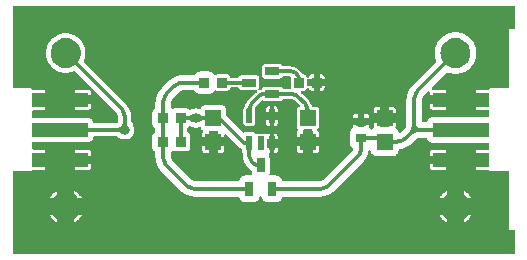
<source format=gtl>
G04 Layer: TopLayer*
G04 EasyEDA v6.5.42, 2024-03-17 15:56:58*
G04 633bbcd927b44838993661e05d2ec2ea,9a5be75d700b4a6385dc1106f27949ae,10*
G04 Gerber Generator version 0.2*
G04 Scale: 100 percent, Rotated: No, Reflected: No *
G04 Dimensions in millimeters *
G04 leading zeros omitted , absolute positions ,4 integer and 5 decimal *
%FSLAX45Y45*%
%MOMM*%

%AMMACRO1*21,1,$1,$2,0,0,$3*%
%ADD10C,0.3000*%
%ADD11MACRO1,1.35X1.41X0.0000*%
%ADD12R,1.3500X1.4100*%
%ADD13R,0.9000X0.8000*%
%ADD14R,0.7000X1.2500*%
%ADD15R,1.2500X0.7000*%
%ADD16MACRO1,0.864X0.8065X-90.0000*%
%ADD17R,0.4900X1.1570*%
%ADD18R,0.4900X1.1750*%
%ADD19R,4.8000X1.2000*%
%ADD20C,0.6200*%
%ADD21C,0.8200*%
%ADD22C,0.0138*%

%LPD*%
G36*
X1450695Y-1434490D02*
G01*
X1443532Y-1433779D01*
X1437436Y-1432509D01*
X1431544Y-1430680D01*
X1425803Y-1428242D01*
X1420368Y-1425295D01*
X1415237Y-1421790D01*
X1410462Y-1417828D01*
X1256842Y-1264208D01*
X1252270Y-1258620D01*
X1248867Y-1253439D01*
X1245971Y-1247952D01*
X1243634Y-1242212D01*
X1241907Y-1236268D01*
X1240739Y-1230172D01*
X1240180Y-1223975D01*
X1240180Y-1192276D01*
X1240688Y-1189075D01*
X1242161Y-1186180D01*
X1244498Y-1183944D01*
X1247444Y-1181862D01*
X1250645Y-1178712D01*
X1254252Y-1176375D01*
X1258468Y-1175715D01*
X1262634Y-1176934D01*
X1269542Y-1180592D01*
X1277112Y-1182928D01*
X1285494Y-1183741D01*
X1365148Y-1183741D01*
X1373530Y-1182928D01*
X1381150Y-1180592D01*
X1388110Y-1176883D01*
X1394256Y-1171854D01*
X1399286Y-1165707D01*
X1403045Y-1158697D01*
X1405331Y-1151128D01*
X1406144Y-1142746D01*
X1406144Y-1057300D01*
X1405331Y-1048918D01*
X1403045Y-1041349D01*
X1399286Y-1034338D01*
X1394256Y-1028192D01*
X1388110Y-1023162D01*
X1386230Y-1022146D01*
X1383385Y-1019911D01*
X1381506Y-1016762D01*
X1380845Y-1013206D01*
X1380845Y-986840D01*
X1381506Y-983284D01*
X1383385Y-980135D01*
X1386230Y-977900D01*
X1388110Y-976884D01*
X1396847Y-969619D01*
X1399997Y-968400D01*
X1403400Y-968298D01*
X1406652Y-969314D01*
X1415592Y-973836D01*
X1423720Y-977137D01*
X1435201Y-980135D01*
X1447038Y-981405D01*
X1458925Y-980998D01*
X1470609Y-978814D01*
X1480921Y-975309D01*
X1484934Y-974801D01*
X1488795Y-975918D01*
X1491996Y-978408D01*
X1493926Y-981964D01*
X1495094Y-985977D01*
X1498854Y-992987D01*
X1503883Y-999083D01*
X1508455Y-1002842D01*
X1510792Y-1005636D01*
X1512011Y-1009040D01*
X1511960Y-1012698D01*
X1510588Y-1016101D01*
X1509217Y-1018286D01*
X1507286Y-1023772D01*
X1506575Y-1030071D01*
X1506575Y-1058418D01*
X1559915Y-1058418D01*
X1559915Y-1021181D01*
X1560677Y-1017269D01*
X1562862Y-1013968D01*
X1566164Y-1011783D01*
X1570075Y-1011021D01*
X1629918Y-1011021D01*
X1633829Y-1011783D01*
X1637131Y-1013968D01*
X1639316Y-1017269D01*
X1640078Y-1021181D01*
X1640078Y-1058418D01*
X1693418Y-1058418D01*
X1693418Y-1046429D01*
X1694180Y-1042568D01*
X1696364Y-1039266D01*
X1699666Y-1037031D01*
X1703578Y-1036269D01*
X1707438Y-1037031D01*
X1710740Y-1039266D01*
X1820418Y-1148842D01*
X1826412Y-1153668D01*
X1828088Y-1154785D01*
X1834692Y-1158392D01*
X1837486Y-1160678D01*
X1839366Y-1163777D01*
X1839975Y-1167282D01*
X1839975Y-1172718D01*
X1840788Y-1181100D01*
X1843125Y-1188720D01*
X1848916Y-1199134D01*
X1849475Y-1202537D01*
X1849475Y-1222603D01*
X1850389Y-1233017D01*
X1853742Y-1249934D01*
X1856689Y-1259941D01*
X1863293Y-1275892D01*
X1868068Y-1285189D01*
X1878380Y-1300632D01*
X1885137Y-1308608D01*
X1909064Y-1332484D01*
X1914855Y-1337157D01*
X1919478Y-1339850D01*
X1922119Y-1342136D01*
X1923897Y-1345184D01*
X1924507Y-1348587D01*
X1924507Y-1361998D01*
X1925320Y-1370380D01*
X1926386Y-1373886D01*
X1926793Y-1377645D01*
X1925777Y-1381252D01*
X1923542Y-1384300D01*
X1920341Y-1386281D01*
X1916633Y-1386992D01*
X1870456Y-1386992D01*
X1861210Y-1387805D01*
X1852726Y-1390091D01*
X1844751Y-1393799D01*
X1837537Y-1398828D01*
X1831339Y-1405026D01*
X1826310Y-1412240D01*
X1822551Y-1420215D01*
X1820773Y-1426972D01*
X1818741Y-1430883D01*
X1815236Y-1433525D01*
X1810969Y-1434490D01*
G37*

%LPC*%
G36*
X1533042Y-1196390D02*
G01*
X1559915Y-1196390D01*
X1559915Y-1141577D01*
X1506575Y-1141577D01*
X1506575Y-1169924D01*
X1507286Y-1176274D01*
X1509217Y-1181709D01*
X1512316Y-1186637D01*
X1516380Y-1190701D01*
X1521307Y-1193800D01*
X1526743Y-1195679D01*
G37*
G36*
X1640078Y-1196390D02*
G01*
X1666951Y-1196390D01*
X1673250Y-1195679D01*
X1678686Y-1193800D01*
X1683613Y-1190701D01*
X1687677Y-1186637D01*
X1690776Y-1181709D01*
X1692706Y-1176274D01*
X1693418Y-1169924D01*
X1693418Y-1141577D01*
X1640078Y-1141577D01*
G37*

%LPD*%
G36*
X200355Y-1974088D02*
G01*
X182422Y-1973122D01*
X165557Y-1970582D01*
X148996Y-1966417D01*
X132943Y-1960575D01*
X117500Y-1953260D01*
X102870Y-1944420D01*
X89204Y-1934210D01*
X76606Y-1922729D01*
X65125Y-1910029D01*
X55016Y-1896262D01*
X46278Y-1881581D01*
X39014Y-1866138D01*
X33324Y-1850034D01*
X29209Y-1833473D01*
X26771Y-1816557D01*
X25908Y-1799132D01*
X25908Y-1366062D01*
X26670Y-1362202D01*
X28854Y-1358900D01*
X32105Y-1356715D01*
X35966Y-1355902D01*
X41249Y-1355852D01*
X45720Y-1355191D01*
X51409Y-1353007D01*
X56540Y-1349502D01*
X62839Y-1342847D01*
X65633Y-1341424D01*
X68783Y-1340916D01*
X173634Y-1340916D01*
X173634Y-1291386D01*
X76047Y-1291386D01*
X72186Y-1290574D01*
X68884Y-1288389D01*
X66700Y-1285087D01*
X65887Y-1281226D01*
X65887Y-1228801D01*
X66700Y-1224940D01*
X68884Y-1221638D01*
X72186Y-1219454D01*
X76047Y-1218641D01*
X173634Y-1218641D01*
X173634Y-1169111D01*
X76047Y-1169111D01*
X72186Y-1168349D01*
X68884Y-1166114D01*
X66700Y-1162812D01*
X65887Y-1158951D01*
X65887Y-1110691D01*
X66700Y-1106779D01*
X68884Y-1103477D01*
X72186Y-1101293D01*
X76047Y-1100531D01*
X539496Y-1100531D01*
X547878Y-1099667D01*
X555498Y-1097381D01*
X562457Y-1093622D01*
X568604Y-1088593D01*
X573633Y-1082497D01*
X577392Y-1075486D01*
X579678Y-1067866D01*
X579983Y-1064666D01*
X581050Y-1061110D01*
X583285Y-1058113D01*
X586435Y-1056182D01*
X590092Y-1055522D01*
X767486Y-1055522D01*
X775716Y-1055827D01*
X781659Y-1056741D01*
X788416Y-1059180D01*
X804316Y-1068120D01*
X815746Y-1073912D01*
X823721Y-1077112D01*
X835202Y-1080109D01*
X847039Y-1081430D01*
X858926Y-1080973D01*
X870610Y-1078839D01*
X881887Y-1074978D01*
X892454Y-1069543D01*
X902157Y-1062634D01*
X910691Y-1054354D01*
X917956Y-1044956D01*
X923798Y-1034592D01*
X928014Y-1023467D01*
X930605Y-1011885D01*
X931468Y-999998D01*
X930605Y-988110D01*
X928065Y-976528D01*
X923544Y-964946D01*
X918108Y-954278D01*
X909167Y-938377D01*
X907389Y-934161D01*
X906729Y-931824D01*
X905764Y-924864D01*
X905510Y-917194D01*
X905510Y-897229D01*
X905205Y-891286D01*
X904036Y-879195D01*
X903173Y-873302D01*
X900785Y-861415D01*
X899363Y-855624D01*
X895807Y-844042D01*
X893826Y-838403D01*
X889152Y-827176D01*
X886612Y-821842D01*
X880922Y-811123D01*
X877824Y-806043D01*
X871118Y-795934D01*
X867562Y-791159D01*
X859840Y-781761D01*
X855878Y-777341D01*
X505815Y-427329D01*
X503580Y-423926D01*
X502869Y-419912D01*
X503732Y-415950D01*
X505561Y-411937D01*
X507492Y-406806D01*
X511911Y-392785D01*
X513232Y-387400D01*
X515874Y-372922D01*
X516534Y-367436D01*
X517398Y-352704D01*
X517398Y-347268D01*
X516534Y-332587D01*
X515874Y-327050D01*
X513232Y-312572D01*
X511911Y-307238D01*
X507492Y-293166D01*
X505561Y-288036D01*
X499516Y-274624D01*
X496925Y-269748D01*
X489356Y-257149D01*
X486257Y-252679D01*
X477164Y-241096D01*
X473506Y-236931D01*
X463092Y-226517D01*
X458927Y-222808D01*
X447293Y-213766D01*
X442823Y-210667D01*
X430276Y-203047D01*
X425399Y-200507D01*
X411937Y-194462D01*
X406806Y-192481D01*
X392785Y-188112D01*
X387400Y-186791D01*
X372922Y-184150D01*
X367436Y-183438D01*
X352704Y-182575D01*
X347268Y-182575D01*
X332587Y-183438D01*
X327050Y-184150D01*
X312572Y-186791D01*
X307238Y-188112D01*
X293166Y-192481D01*
X288036Y-194462D01*
X274624Y-200507D01*
X269748Y-203047D01*
X257149Y-210667D01*
X252679Y-213766D01*
X241096Y-222808D01*
X236931Y-226517D01*
X226517Y-236931D01*
X222808Y-241096D01*
X213766Y-252679D01*
X210667Y-257149D01*
X203047Y-269748D01*
X200507Y-274624D01*
X194462Y-288036D01*
X192481Y-293166D01*
X188112Y-307238D01*
X186791Y-312572D01*
X184150Y-327050D01*
X183438Y-332587D01*
X182575Y-347268D01*
X182575Y-352704D01*
X183438Y-367436D01*
X184150Y-372922D01*
X186791Y-387400D01*
X188112Y-392785D01*
X192481Y-406806D01*
X194462Y-411937D01*
X200507Y-425399D01*
X203047Y-430276D01*
X210667Y-442823D01*
X213766Y-447293D01*
X222808Y-458927D01*
X226517Y-463092D01*
X236931Y-473506D01*
X241096Y-477164D01*
X252679Y-486257D01*
X257149Y-489356D01*
X269748Y-496925D01*
X274624Y-499516D01*
X288036Y-505561D01*
X293166Y-507492D01*
X307238Y-511911D01*
X312572Y-513232D01*
X327050Y-515874D01*
X332587Y-516534D01*
X347268Y-517398D01*
X352704Y-517398D01*
X367436Y-516534D01*
X372922Y-515874D01*
X387400Y-513232D01*
X392785Y-511911D01*
X406806Y-507492D01*
X411937Y-505561D01*
X415950Y-503732D01*
X419912Y-502869D01*
X423926Y-503580D01*
X427329Y-505815D01*
X775258Y-853744D01*
X780440Y-860094D01*
X784402Y-866089D01*
X787755Y-872439D01*
X790448Y-879094D01*
X792480Y-886002D01*
X793851Y-893064D01*
X794512Y-900176D01*
X794461Y-917498D01*
X794156Y-925677D01*
X793242Y-931671D01*
X791921Y-935634D01*
X789686Y-939342D01*
X786130Y-941832D01*
X781862Y-943254D01*
X774852Y-944219D01*
X767181Y-944473D01*
X590092Y-944473D01*
X586435Y-943813D01*
X583285Y-941882D01*
X581050Y-938885D01*
X579983Y-935329D01*
X579678Y-932129D01*
X577392Y-924509D01*
X573633Y-917498D01*
X568604Y-911402D01*
X562457Y-906373D01*
X555498Y-902614D01*
X547878Y-900328D01*
X539496Y-899515D01*
X76047Y-899515D01*
X72186Y-898702D01*
X68884Y-896518D01*
X66700Y-893216D01*
X65887Y-889355D01*
X65887Y-841095D01*
X66700Y-837184D01*
X68884Y-833882D01*
X72186Y-831697D01*
X76047Y-830935D01*
X173634Y-830935D01*
X173634Y-781354D01*
X76047Y-781354D01*
X72186Y-780592D01*
X68884Y-778357D01*
X66700Y-775106D01*
X65887Y-771194D01*
X65887Y-718820D01*
X66700Y-714908D01*
X68884Y-711657D01*
X72186Y-709422D01*
X76047Y-708660D01*
X173634Y-708660D01*
X173634Y-659079D01*
X68681Y-659079D01*
X65481Y-658571D01*
X62585Y-657047D01*
X59486Y-653440D01*
X56438Y-650392D01*
X52832Y-647750D01*
X47294Y-645261D01*
X41097Y-644144D01*
X35966Y-644093D01*
X32105Y-643280D01*
X28854Y-641096D01*
X26670Y-637794D01*
X25908Y-633933D01*
X25908Y-200863D01*
X26873Y-182422D01*
X29413Y-165557D01*
X33578Y-148996D01*
X39420Y-132943D01*
X46736Y-117500D01*
X55575Y-102870D01*
X65786Y-89204D01*
X77266Y-76606D01*
X89966Y-65125D01*
X103733Y-55016D01*
X118414Y-46278D01*
X133858Y-39014D01*
X149961Y-33324D01*
X166522Y-29209D01*
X183438Y-26771D01*
X200863Y-25908D01*
X3799128Y-25908D01*
X3817569Y-26873D01*
X3834434Y-29413D01*
X3850995Y-33578D01*
X3867048Y-39420D01*
X3882491Y-46736D01*
X3897122Y-55575D01*
X3910787Y-65786D01*
X3923385Y-77266D01*
X3934866Y-89966D01*
X3944975Y-103733D01*
X3953713Y-118414D01*
X3960977Y-133858D01*
X3966667Y-149961D01*
X3970782Y-166522D01*
X3973220Y-183438D01*
X3974084Y-200863D01*
X3974084Y-633933D01*
X3973322Y-637794D01*
X3971137Y-641096D01*
X3967886Y-643280D01*
X3964025Y-644093D01*
X3958742Y-644144D01*
X3954272Y-644804D01*
X3948582Y-646988D01*
X3943451Y-650494D01*
X3937152Y-657148D01*
X3934358Y-658571D01*
X3931208Y-659079D01*
X3826357Y-659079D01*
X3826357Y-708609D01*
X3923944Y-708609D01*
X3927805Y-709422D01*
X3931107Y-711606D01*
X3933291Y-714908D01*
X3934104Y-718769D01*
X3934104Y-771194D01*
X3933291Y-775055D01*
X3931107Y-778357D01*
X3927805Y-780542D01*
X3923944Y-781354D01*
X3826357Y-781354D01*
X3826357Y-830884D01*
X3923944Y-830884D01*
X3927805Y-831646D01*
X3931107Y-833882D01*
X3933291Y-837184D01*
X3934104Y-841044D01*
X3934104Y-879348D01*
X3933291Y-883208D01*
X3931107Y-886510D01*
X3927805Y-888695D01*
X3923944Y-889508D01*
X3460445Y-889508D01*
X3451250Y-890320D01*
X3442715Y-892556D01*
X3434740Y-896315D01*
X3427577Y-901344D01*
X3421329Y-907542D01*
X3416300Y-914755D01*
X3412591Y-922731D01*
X3411423Y-926947D01*
X3409391Y-930859D01*
X3405936Y-933551D01*
X3401618Y-934466D01*
X3375660Y-934466D01*
X3371748Y-933703D01*
X3368497Y-931519D01*
X3366262Y-928217D01*
X3365500Y-924306D01*
X3365500Y-750671D01*
X3366211Y-743508D01*
X3367481Y-737463D01*
X3369310Y-731520D01*
X3371748Y-725830D01*
X3374694Y-720394D01*
X3378200Y-715264D01*
X3382162Y-710488D01*
X3416960Y-675640D01*
X3420465Y-673354D01*
X3424529Y-672693D01*
X3428593Y-673658D01*
X3431844Y-676198D01*
X3433876Y-679856D01*
X3434283Y-683971D01*
X3434079Y-685546D01*
X3434079Y-708609D01*
X3573627Y-708609D01*
X3573627Y-659079D01*
X3460546Y-659079D01*
X3458972Y-659231D01*
X3454857Y-658876D01*
X3451199Y-656844D01*
X3448710Y-653542D01*
X3447694Y-649528D01*
X3448405Y-645464D01*
X3450640Y-641959D01*
X3574948Y-517651D01*
X3578148Y-515518D01*
X3581958Y-514705D01*
X3585768Y-515366D01*
X3590188Y-517042D01*
X3604209Y-521411D01*
X3610762Y-523036D01*
X3625240Y-525729D01*
X3631996Y-526542D01*
X3646678Y-527405D01*
X3653282Y-527405D01*
X3668014Y-526542D01*
X3674719Y-525729D01*
X3689197Y-523036D01*
X3695750Y-521411D01*
X3709822Y-517042D01*
X3716020Y-514654D01*
X3729482Y-508609D01*
X3735425Y-505510D01*
X3748024Y-497890D01*
X3753459Y-494131D01*
X3765092Y-485038D01*
X3770172Y-480568D01*
X3780536Y-470154D01*
X3785057Y-465074D01*
X3794099Y-453491D01*
X3797909Y-448005D01*
X3805478Y-435406D01*
X3808628Y-429463D01*
X3814673Y-416051D01*
X3817061Y-409803D01*
X3821429Y-395782D01*
X3823055Y-389229D01*
X3825697Y-374751D01*
X3826510Y-367995D01*
X3827373Y-353314D01*
X3827373Y-346710D01*
X3826510Y-331978D01*
X3825697Y-325272D01*
X3823055Y-310794D01*
X3821429Y-304241D01*
X3817061Y-290169D01*
X3814673Y-283972D01*
X3808628Y-270510D01*
X3805478Y-264566D01*
X3797909Y-251967D01*
X3794099Y-246532D01*
X3785057Y-234899D01*
X3780536Y-229819D01*
X3770172Y-219456D01*
X3765092Y-214934D01*
X3753459Y-205892D01*
X3748024Y-202082D01*
X3735425Y-194513D01*
X3729482Y-191363D01*
X3716020Y-185318D01*
X3709822Y-182930D01*
X3695750Y-178562D01*
X3689197Y-176936D01*
X3674719Y-174294D01*
X3668014Y-173482D01*
X3653282Y-172618D01*
X3646678Y-172618D01*
X3631996Y-173482D01*
X3625240Y-174294D01*
X3610762Y-176936D01*
X3604209Y-178562D01*
X3590188Y-182930D01*
X3583940Y-185318D01*
X3570528Y-191363D01*
X3564585Y-194513D01*
X3551986Y-202082D01*
X3546500Y-205892D01*
X3534918Y-214934D01*
X3529837Y-219456D01*
X3519424Y-229819D01*
X3514953Y-234899D01*
X3505860Y-246532D01*
X3502101Y-251967D01*
X3494481Y-264566D01*
X3491382Y-270510D01*
X3485337Y-283972D01*
X3482949Y-290169D01*
X3478580Y-304241D01*
X3476955Y-310794D01*
X3474262Y-325272D01*
X3473450Y-331978D01*
X3472586Y-346710D01*
X3472586Y-353314D01*
X3473450Y-367995D01*
X3474262Y-374751D01*
X3476955Y-389229D01*
X3478580Y-395782D01*
X3482949Y-409803D01*
X3484626Y-414223D01*
X3485286Y-418033D01*
X3484473Y-421843D01*
X3482340Y-425043D01*
X3287064Y-620268D01*
X3282391Y-625398D01*
X3274720Y-634796D01*
X3270605Y-640384D01*
X3263849Y-650443D01*
X3260293Y-656386D01*
X3254552Y-667105D01*
X3251606Y-673354D01*
X3246932Y-684580D01*
X3244596Y-691134D01*
X3241090Y-702767D01*
X3239414Y-709472D01*
X3237026Y-721360D01*
X3236010Y-728218D01*
X3234842Y-740308D01*
X3234486Y-747217D01*
X3234486Y-966063D01*
X3233826Y-970432D01*
X3232200Y-974242D01*
X3229508Y-977849D01*
X3189528Y-1017828D01*
X3182467Y-1023366D01*
X3178911Y-1025144D01*
X3174949Y-1025398D01*
X3171190Y-1024128D01*
X3168192Y-1021486D01*
X3166465Y-1017930D01*
X3164941Y-1012240D01*
X3161182Y-1004265D01*
X3156153Y-997051D01*
X3149955Y-990853D01*
X3146298Y-988314D01*
X3143351Y-985113D01*
X3142030Y-980948D01*
X3143402Y-969924D01*
X3143402Y-941578D01*
X3090113Y-941578D01*
X3090113Y-968857D01*
X3089300Y-972718D01*
X3087116Y-976020D01*
X3083814Y-978204D01*
X3079953Y-979017D01*
X3020060Y-979017D01*
X3016148Y-978204D01*
X3012846Y-976020D01*
X3010662Y-972718D01*
X3009900Y-968857D01*
X3009900Y-941578D01*
X2956610Y-941578D01*
X2956610Y-969924D01*
X2957931Y-980948D01*
X2956610Y-985113D01*
X2953664Y-988314D01*
X2950057Y-990853D01*
X2945688Y-995222D01*
X2942386Y-997407D01*
X2938475Y-998169D01*
X2934614Y-997407D01*
X2931312Y-995222D01*
X2927451Y-991311D01*
X2923540Y-988618D01*
X2920593Y-985418D01*
X2919272Y-981252D01*
X2920187Y-975766D01*
X2920898Y-969416D01*
X2920898Y-956360D01*
X2878836Y-956360D01*
X2878836Y-969314D01*
X2878074Y-973226D01*
X2875889Y-976528D01*
X2872587Y-978712D01*
X2868676Y-979474D01*
X2831287Y-979474D01*
X2827426Y-978712D01*
X2824124Y-976528D01*
X2821940Y-973226D01*
X2821127Y-969314D01*
X2821127Y-956360D01*
X2779064Y-956360D01*
X2779064Y-969416D01*
X2779776Y-975766D01*
X2780741Y-981252D01*
X2779369Y-985418D01*
X2776423Y-988618D01*
X2772562Y-991311D01*
X2766314Y-997559D01*
X2761284Y-1004773D01*
X2757576Y-1012748D01*
X2755290Y-1021232D01*
X2754477Y-1030427D01*
X2754477Y-1109522D01*
X2755290Y-1118768D01*
X2757576Y-1127252D01*
X2761284Y-1135227D01*
X2766314Y-1142441D01*
X2772562Y-1148638D01*
X2778201Y-1152601D01*
X2781096Y-1155700D01*
X2782468Y-1159662D01*
X2782112Y-1163878D01*
X2780690Y-1168450D01*
X2778252Y-1174191D01*
X2775305Y-1179626D01*
X2771800Y-1184757D01*
X2767838Y-1189532D01*
X2539492Y-1417828D01*
X2533954Y-1422400D01*
X2528773Y-1425803D01*
X2523286Y-1428699D01*
X2517546Y-1431036D01*
X2511602Y-1432763D01*
X2505456Y-1433931D01*
X2499309Y-1434490D01*
X2189022Y-1434490D01*
X2184755Y-1433525D01*
X2181250Y-1430883D01*
X2179218Y-1426972D01*
X2177440Y-1420215D01*
X2173681Y-1412240D01*
X2168652Y-1405026D01*
X2162454Y-1398828D01*
X2155240Y-1393799D01*
X2147265Y-1390091D01*
X2138781Y-1387805D01*
X2129536Y-1386992D01*
X2083358Y-1386992D01*
X2079650Y-1386281D01*
X2076450Y-1384300D01*
X2074214Y-1381252D01*
X2073198Y-1377645D01*
X2073605Y-1373886D01*
X2074672Y-1370380D01*
X2075484Y-1361998D01*
X2075484Y-1237996D01*
X2074672Y-1229614D01*
X2072386Y-1222044D01*
X2068118Y-1214069D01*
X2066950Y-1210259D01*
X2067407Y-1206246D01*
X2069338Y-1202690D01*
X2072487Y-1200200D01*
X2076399Y-1199134D01*
X2076399Y-1150670D01*
X2060549Y-1150670D01*
X2056688Y-1149858D01*
X2053386Y-1147673D01*
X2051202Y-1144371D01*
X2050389Y-1140510D01*
X2050389Y-1090269D01*
X2051202Y-1086358D01*
X2053386Y-1083056D01*
X2056688Y-1080871D01*
X2060549Y-1080109D01*
X2076399Y-1080109D01*
X2076399Y-1031595D01*
X2071065Y-1031595D01*
X2064766Y-1032306D01*
X2059279Y-1034237D01*
X2053437Y-1037945D01*
X2050846Y-1039063D01*
X2046986Y-1039469D01*
X2044192Y-1039063D01*
X2041601Y-1037945D01*
X2035708Y-1034237D01*
X2030222Y-1032306D01*
X2023922Y-1031595D01*
X1976069Y-1031595D01*
X1965502Y-1032916D01*
X1961540Y-1031798D01*
X1951989Y-1023874D01*
X1944979Y-1020165D01*
X1937410Y-1017828D01*
X1928977Y-1017016D01*
X1880971Y-1017016D01*
X1872589Y-1017828D01*
X1865020Y-1020165D01*
X1861007Y-1022299D01*
X1856841Y-1023467D01*
X1852625Y-1022858D01*
X1849018Y-1020521D01*
X1710994Y-882497D01*
X1708759Y-879195D01*
X1707997Y-875284D01*
X1707997Y-829970D01*
X1707184Y-821588D01*
X1704898Y-814019D01*
X1701139Y-807008D01*
X1696110Y-800862D01*
X1689963Y-795832D01*
X1683004Y-792124D01*
X1675384Y-789838D01*
X1667002Y-788974D01*
X1532991Y-788974D01*
X1524609Y-789838D01*
X1516989Y-792124D01*
X1510030Y-795832D01*
X1503883Y-800862D01*
X1498854Y-807008D01*
X1495094Y-814019D01*
X1493926Y-818032D01*
X1491996Y-821588D01*
X1488795Y-824077D01*
X1484934Y-825195D01*
X1480921Y-824687D01*
X1470609Y-821182D01*
X1458925Y-818997D01*
X1447038Y-818591D01*
X1435201Y-819861D01*
X1423619Y-822909D01*
X1416151Y-825855D01*
X1406550Y-830681D01*
X1402232Y-831799D01*
X1397863Y-830884D01*
X1394256Y-828243D01*
X1388110Y-823163D01*
X1381150Y-819454D01*
X1373530Y-817118D01*
X1365148Y-816305D01*
X1285494Y-816305D01*
X1277112Y-817118D01*
X1269542Y-819454D01*
X1262634Y-823112D01*
X1258468Y-824331D01*
X1254252Y-823671D01*
X1250645Y-821334D01*
X1247444Y-818184D01*
X1244498Y-816102D01*
X1242161Y-813866D01*
X1240688Y-810971D01*
X1240180Y-807770D01*
X1240180Y-776020D01*
X1240891Y-768858D01*
X1242161Y-762762D01*
X1243990Y-756869D01*
X1246378Y-751128D01*
X1249375Y-745693D01*
X1252880Y-740562D01*
X1256842Y-735787D01*
X1310487Y-682142D01*
X1316024Y-677621D01*
X1321206Y-674166D01*
X1326743Y-671322D01*
X1332484Y-668985D01*
X1338427Y-667207D01*
X1344523Y-666089D01*
X1350670Y-665530D01*
X1433322Y-665530D01*
X1436522Y-666038D01*
X1439367Y-667512D01*
X1441602Y-669848D01*
X1445666Y-675640D01*
X1451914Y-681837D01*
X1459128Y-686917D01*
X1467104Y-690626D01*
X1475587Y-692912D01*
X1484782Y-693724D01*
X1564538Y-693724D01*
X1573784Y-692912D01*
X1582267Y-690626D01*
X1590243Y-686917D01*
X1597456Y-681837D01*
X1603654Y-675640D01*
X1608734Y-668426D01*
X1611477Y-665734D01*
X1615033Y-664260D01*
X1618843Y-664260D01*
X1623771Y-666496D01*
X1629257Y-668375D01*
X1635556Y-669086D01*
X1715058Y-669086D01*
X1721408Y-668375D01*
X1726844Y-666496D01*
X1731772Y-663397D01*
X1735836Y-659333D01*
X1738934Y-654456D01*
X1741220Y-647750D01*
X1743354Y-644194D01*
X1746757Y-641756D01*
X1750822Y-640892D01*
X1805279Y-640892D01*
X1808632Y-641502D01*
X1811578Y-643128D01*
X1813864Y-645668D01*
X1817319Y-651103D01*
X1821383Y-655218D01*
X1826310Y-658266D01*
X1831746Y-660196D01*
X1838096Y-660908D01*
X1961591Y-660908D01*
X1965807Y-661822D01*
X1969262Y-664362D01*
X1971344Y-668121D01*
X1971700Y-672388D01*
X1970227Y-676452D01*
X1967230Y-679500D01*
X1957070Y-686308D01*
X1950110Y-691997D01*
X1900580Y-741578D01*
X1894839Y-748538D01*
X1883562Y-765403D01*
X1879346Y-773379D01*
X1871573Y-792124D01*
X1869287Y-799642D01*
X1867611Y-802894D01*
X1864360Y-805688D01*
X1860296Y-809752D01*
X1857197Y-814679D01*
X1855317Y-820115D01*
X1854606Y-826465D01*
X1854606Y-942797D01*
X1855317Y-949147D01*
X1857197Y-954582D01*
X1860296Y-959510D01*
X1864360Y-963574D01*
X1869287Y-966673D01*
X1874723Y-968552D01*
X1881073Y-969264D01*
X1928926Y-969264D01*
X1935225Y-968552D01*
X1940712Y-966673D01*
X1945589Y-963574D01*
X1949704Y-959510D01*
X1952802Y-954582D01*
X1954682Y-949147D01*
X1955393Y-942797D01*
X1955393Y-826465D01*
X1954682Y-820115D01*
X1953158Y-815797D01*
X1952599Y-812749D01*
X1953006Y-809650D01*
X1954326Y-806805D01*
X1960372Y-797763D01*
X1961642Y-796188D01*
X2004771Y-753059D01*
X2009393Y-749757D01*
X2012950Y-748284D01*
X2016810Y-748233D01*
X2020417Y-749604D01*
X2026259Y-753262D01*
X2031746Y-755192D01*
X2038045Y-755904D01*
X2161895Y-755904D01*
X2168245Y-755192D01*
X2173681Y-753262D01*
X2178608Y-750214D01*
X2182672Y-746099D01*
X2186127Y-740664D01*
X2188413Y-738124D01*
X2191359Y-736498D01*
X2194712Y-735888D01*
X2245512Y-735888D01*
X2255062Y-736854D01*
X2263546Y-738581D01*
X2271776Y-741121D01*
X2279700Y-744474D01*
X2287270Y-748588D01*
X2294432Y-753414D01*
X2301036Y-758901D01*
X2329891Y-787755D01*
X2332126Y-791159D01*
X2332888Y-795172D01*
X2331974Y-799134D01*
X2329586Y-802436D01*
X2326081Y-804519D01*
X2321306Y-806196D01*
X2316378Y-809294D01*
X2312314Y-813358D01*
X2309215Y-818286D01*
X2307285Y-823721D01*
X2306574Y-830071D01*
X2306574Y-969924D01*
X2307285Y-976223D01*
X2309215Y-981710D01*
X2312314Y-986586D01*
X2316378Y-990701D01*
X2320442Y-994206D01*
X2322017Y-997966D01*
X2322017Y-1002030D01*
X2320442Y-1005789D01*
X2316378Y-1009294D01*
X2312314Y-1013409D01*
X2309215Y-1018286D01*
X2307285Y-1023772D01*
X2306574Y-1030071D01*
X2306574Y-1058418D01*
X2359914Y-1058418D01*
X2359914Y-1006551D01*
X2360676Y-1002690D01*
X2362860Y-999388D01*
X2366162Y-997153D01*
X2370074Y-996391D01*
X2429916Y-996391D01*
X2433828Y-997153D01*
X2437130Y-999388D01*
X2439314Y-1002690D01*
X2440076Y-1006551D01*
X2440076Y-1058418D01*
X2493416Y-1058418D01*
X2493416Y-1030071D01*
X2492705Y-1023772D01*
X2490774Y-1018286D01*
X2487676Y-1013409D01*
X2483612Y-1009294D01*
X2479548Y-1005789D01*
X2477973Y-1002030D01*
X2477973Y-997966D01*
X2479548Y-994206D01*
X2483612Y-990701D01*
X2487676Y-986586D01*
X2490774Y-981710D01*
X2492705Y-976223D01*
X2493416Y-969924D01*
X2493416Y-830071D01*
X2492705Y-823721D01*
X2490774Y-818286D01*
X2487676Y-813358D01*
X2483612Y-809294D01*
X2478684Y-806196D01*
X2473248Y-804316D01*
X2466949Y-803605D01*
X2441803Y-803605D01*
X2437892Y-802792D01*
X2434590Y-800608D01*
X2432405Y-797306D01*
X2424226Y-777646D01*
X2420010Y-769670D01*
X2407361Y-750722D01*
X2401620Y-743762D01*
X2357323Y-699465D01*
X2353970Y-696417D01*
X2342845Y-687425D01*
X2340051Y-684276D01*
X2338781Y-680262D01*
X2339238Y-676097D01*
X2341372Y-672439D01*
X2344775Y-670001D01*
X2348890Y-669086D01*
X2364435Y-669086D01*
X2370734Y-668375D01*
X2376220Y-666496D01*
X2381097Y-663397D01*
X2385212Y-659333D01*
X2388260Y-654405D01*
X2390394Y-648360D01*
X2392527Y-644804D01*
X2395931Y-642366D01*
X2399995Y-641553D01*
X2404059Y-642366D01*
X2407462Y-644804D01*
X2409596Y-648360D01*
X2411730Y-654405D01*
X2414778Y-659333D01*
X2418892Y-663397D01*
X2423769Y-666496D01*
X2429256Y-668375D01*
X2435555Y-669086D01*
X2448814Y-669086D01*
X2448814Y-627938D01*
X2401062Y-627938D01*
X2397150Y-627176D01*
X2393899Y-624992D01*
X2391664Y-621690D01*
X2390902Y-617778D01*
X2390902Y-582218D01*
X2391664Y-578307D01*
X2393899Y-575005D01*
X2397150Y-572820D01*
X2401062Y-572058D01*
X2448814Y-572058D01*
X2448814Y-530910D01*
X2435555Y-530910D01*
X2429256Y-531622D01*
X2423769Y-533501D01*
X2418892Y-536600D01*
X2414778Y-540664D01*
X2411730Y-545592D01*
X2409596Y-551637D01*
X2407462Y-555193D01*
X2404059Y-557631D01*
X2399995Y-558444D01*
X2395931Y-557631D01*
X2392527Y-555193D01*
X2390394Y-551637D01*
X2388260Y-545592D01*
X2385212Y-540664D01*
X2381097Y-536600D01*
X2376220Y-533501D01*
X2370734Y-531622D01*
X2364435Y-530910D01*
X2362352Y-530910D01*
X2358796Y-530250D01*
X2355646Y-528370D01*
X2353411Y-525526D01*
X2349449Y-518109D01*
X2344064Y-511505D01*
X2326081Y-493572D01*
X2319121Y-487883D01*
X2307386Y-480009D01*
X2299411Y-475742D01*
X2286355Y-470357D01*
X2277770Y-467715D01*
X2263902Y-464972D01*
X2254910Y-464108D01*
X2194712Y-464108D01*
X2191359Y-463550D01*
X2188413Y-461873D01*
X2186127Y-459333D01*
X2182672Y-453898D01*
X2178608Y-449783D01*
X2173681Y-446735D01*
X2168245Y-444804D01*
X2161895Y-444093D01*
X2038045Y-444093D01*
X2031746Y-444804D01*
X2026259Y-446735D01*
X2021382Y-449783D01*
X2017268Y-453898D01*
X2014220Y-458774D01*
X2012289Y-464261D01*
X2011578Y-470560D01*
X2011578Y-539445D01*
X2012289Y-545744D01*
X2014220Y-551230D01*
X2017268Y-556107D01*
X2021382Y-560222D01*
X2026259Y-563270D01*
X2031746Y-565200D01*
X2038045Y-565912D01*
X2161895Y-565912D01*
X2168245Y-565200D01*
X2173681Y-563270D01*
X2178608Y-560222D01*
X2182672Y-556107D01*
X2186127Y-550672D01*
X2188362Y-548132D01*
X2191359Y-546506D01*
X2194712Y-545896D01*
X2248357Y-545896D01*
X2252522Y-546811D01*
X2255926Y-549300D01*
X2258060Y-553008D01*
X2258415Y-557377D01*
X2258415Y-643178D01*
X2257602Y-647344D01*
X2255469Y-650849D01*
X2252065Y-653237D01*
X2248001Y-654100D01*
X2194712Y-654100D01*
X2191359Y-653542D01*
X2188362Y-651865D01*
X2186127Y-649325D01*
X2182672Y-643890D01*
X2178608Y-639775D01*
X2173681Y-636727D01*
X2168245Y-634796D01*
X2161895Y-634085D01*
X2038045Y-634085D01*
X2031746Y-634796D01*
X2026259Y-636727D01*
X2021382Y-639775D01*
X2017268Y-643890D01*
X2014220Y-648766D01*
X2012137Y-654659D01*
X2010664Y-657453D01*
X2008378Y-659638D01*
X2005533Y-661009D01*
X2002942Y-661822D01*
X1995982Y-664667D01*
X1991766Y-665429D01*
X1987651Y-664464D01*
X1984298Y-661873D01*
X1982317Y-658114D01*
X1982012Y-653897D01*
X1983486Y-649884D01*
X1985772Y-646226D01*
X1987702Y-640740D01*
X1988413Y-634441D01*
X1988413Y-565556D01*
X1987702Y-559257D01*
X1985772Y-553770D01*
X1982724Y-548894D01*
X1978609Y-544779D01*
X1973732Y-541731D01*
X1968246Y-539800D01*
X1961946Y-539089D01*
X1838096Y-539089D01*
X1831746Y-539800D01*
X1826310Y-541731D01*
X1821383Y-544779D01*
X1817319Y-548894D01*
X1813864Y-554329D01*
X1811578Y-556869D01*
X1808632Y-558546D01*
X1805279Y-559104D01*
X1750822Y-559104D01*
X1746757Y-558241D01*
X1743354Y-555802D01*
X1741220Y-552246D01*
X1738934Y-545592D01*
X1735836Y-540664D01*
X1731772Y-536600D01*
X1726844Y-533501D01*
X1721408Y-531622D01*
X1715058Y-530910D01*
X1635556Y-530910D01*
X1629257Y-531622D01*
X1623771Y-533501D01*
X1618843Y-535736D01*
X1615033Y-535736D01*
X1611477Y-534263D01*
X1608734Y-531571D01*
X1603654Y-524357D01*
X1597456Y-518159D01*
X1590243Y-513080D01*
X1582267Y-509371D01*
X1573784Y-507085D01*
X1564538Y-506272D01*
X1484782Y-506272D01*
X1475587Y-507085D01*
X1467104Y-509371D01*
X1459128Y-513080D01*
X1451914Y-518159D01*
X1445666Y-524357D01*
X1441602Y-530148D01*
X1439367Y-532485D01*
X1436522Y-533958D01*
X1433322Y-534466D01*
X1347216Y-534466D01*
X1340307Y-534822D01*
X1328216Y-536041D01*
X1321358Y-537057D01*
X1309471Y-539394D01*
X1302766Y-541070D01*
X1291132Y-544626D01*
X1284579Y-546963D01*
X1273352Y-551586D01*
X1267104Y-554532D01*
X1256385Y-560273D01*
X1250442Y-563829D01*
X1240383Y-570585D01*
X1234795Y-574700D01*
X1225397Y-582422D01*
X1220266Y-587044D01*
X1161745Y-645617D01*
X1157071Y-650748D01*
X1149400Y-660146D01*
X1145235Y-665683D01*
X1138529Y-675792D01*
X1134922Y-681736D01*
X1129233Y-692454D01*
X1126286Y-698703D01*
X1121613Y-709930D01*
X1119276Y-716483D01*
X1115771Y-728065D01*
X1114094Y-734771D01*
X1111707Y-746709D01*
X1110691Y-753567D01*
X1109522Y-765606D01*
X1109167Y-772566D01*
X1109167Y-807821D01*
X1108659Y-810971D01*
X1107135Y-813866D01*
X1104849Y-816102D01*
X1101902Y-818184D01*
X1095705Y-824382D01*
X1090625Y-831596D01*
X1086916Y-839571D01*
X1084630Y-848055D01*
X1083868Y-857250D01*
X1083868Y-942797D01*
X1084630Y-951992D01*
X1086916Y-960475D01*
X1090625Y-968451D01*
X1095705Y-975664D01*
X1101902Y-981862D01*
X1104849Y-983945D01*
X1107135Y-986180D01*
X1108659Y-989076D01*
X1109167Y-992225D01*
X1109167Y-1007821D01*
X1108659Y-1010970D01*
X1107135Y-1013866D01*
X1104849Y-1016101D01*
X1101902Y-1018184D01*
X1095705Y-1024382D01*
X1090625Y-1031595D01*
X1086916Y-1039571D01*
X1084630Y-1048054D01*
X1083868Y-1057249D01*
X1083868Y-1142796D01*
X1084630Y-1151991D01*
X1086916Y-1160475D01*
X1090625Y-1168450D01*
X1095705Y-1175664D01*
X1101902Y-1181862D01*
X1104849Y-1183944D01*
X1107135Y-1186180D01*
X1108659Y-1189075D01*
X1109167Y-1192225D01*
X1109167Y-1227429D01*
X1109522Y-1234389D01*
X1110691Y-1246428D01*
X1111707Y-1253286D01*
X1114094Y-1265224D01*
X1115771Y-1271930D01*
X1119276Y-1283512D01*
X1121613Y-1290066D01*
X1126286Y-1301292D01*
X1129233Y-1307541D01*
X1134922Y-1318260D01*
X1138529Y-1324203D01*
X1145235Y-1334312D01*
X1149400Y-1339850D01*
X1157071Y-1349248D01*
X1161745Y-1354378D01*
X1320292Y-1512925D01*
X1325422Y-1517599D01*
X1334820Y-1525270D01*
X1340358Y-1529384D01*
X1350467Y-1536141D01*
X1356410Y-1539697D01*
X1367129Y-1545437D01*
X1373378Y-1548384D01*
X1384604Y-1553057D01*
X1391107Y-1555394D01*
X1402740Y-1558899D01*
X1409446Y-1560576D01*
X1421384Y-1562963D01*
X1428191Y-1563979D01*
X1440281Y-1565148D01*
X1447241Y-1565503D01*
X1810969Y-1565503D01*
X1815236Y-1566468D01*
X1818741Y-1569110D01*
X1820773Y-1573022D01*
X1822551Y-1579778D01*
X1826310Y-1587703D01*
X1831339Y-1594916D01*
X1837537Y-1601165D01*
X1844751Y-1606194D01*
X1852726Y-1609902D01*
X1861210Y-1612188D01*
X1870456Y-1613001D01*
X1939543Y-1613001D01*
X1948738Y-1612188D01*
X1957273Y-1609902D01*
X1965248Y-1606194D01*
X1972411Y-1601165D01*
X1978660Y-1594916D01*
X1983689Y-1587703D01*
X1987397Y-1579778D01*
X1989683Y-1571244D01*
X1989886Y-1569212D01*
X1991156Y-1565148D01*
X1993950Y-1561947D01*
X1997862Y-1560169D01*
X2002129Y-1560169D01*
X2006041Y-1561947D01*
X2008835Y-1565148D01*
X2010105Y-1569212D01*
X2010308Y-1571244D01*
X2012594Y-1579778D01*
X2016302Y-1587703D01*
X2021332Y-1594916D01*
X2027580Y-1601165D01*
X2034743Y-1606194D01*
X2042718Y-1609902D01*
X2051253Y-1612188D01*
X2060448Y-1613001D01*
X2129536Y-1613001D01*
X2138781Y-1612188D01*
X2147265Y-1609902D01*
X2155240Y-1606194D01*
X2162454Y-1601165D01*
X2168652Y-1594916D01*
X2173681Y-1587703D01*
X2177440Y-1579778D01*
X2179218Y-1573022D01*
X2181250Y-1569110D01*
X2184755Y-1566468D01*
X2189022Y-1565503D01*
X2502763Y-1565503D01*
X2509723Y-1565148D01*
X2521762Y-1563979D01*
X2528620Y-1562963D01*
X2540558Y-1560576D01*
X2547264Y-1558899D01*
X2558846Y-1555394D01*
X2565400Y-1553057D01*
X2576626Y-1548384D01*
X2582875Y-1545437D01*
X2593594Y-1539697D01*
X2599537Y-1536141D01*
X2609646Y-1529384D01*
X2615184Y-1525270D01*
X2624582Y-1517599D01*
X2629712Y-1512925D01*
X2862935Y-1279702D01*
X2867558Y-1274572D01*
X2875280Y-1265174D01*
X2879394Y-1259636D01*
X2886151Y-1249527D01*
X2889707Y-1243584D01*
X2895447Y-1232865D01*
X2898394Y-1226616D01*
X2903067Y-1215390D01*
X2905404Y-1208887D01*
X2908909Y-1197254D01*
X2910586Y-1190548D01*
X2912821Y-1179220D01*
X2914650Y-1175105D01*
X2918104Y-1172210D01*
X2922473Y-1171092D01*
X2926892Y-1171905D01*
X2930499Y-1174597D01*
X2932633Y-1178610D01*
X2935071Y-1187754D01*
X2938780Y-1195730D01*
X2943809Y-1202944D01*
X2950057Y-1209141D01*
X2957271Y-1214221D01*
X2965246Y-1217930D01*
X2973730Y-1220216D01*
X2982925Y-1221028D01*
X3117037Y-1221028D01*
X3126282Y-1220216D01*
X3134766Y-1217930D01*
X3142742Y-1214221D01*
X3149955Y-1209141D01*
X3156153Y-1202944D01*
X3161182Y-1195730D01*
X3164941Y-1187754D01*
X3167176Y-1179271D01*
X3167786Y-1172362D01*
X3168700Y-1169060D01*
X3170631Y-1166164D01*
X3173425Y-1164132D01*
X3190544Y-1160576D01*
X3197250Y-1158900D01*
X3208883Y-1155395D01*
X3215386Y-1153058D01*
X3226612Y-1148384D01*
X3232861Y-1145438D01*
X3243580Y-1139698D01*
X3249523Y-1136142D01*
X3259632Y-1129385D01*
X3265170Y-1125270D01*
X3274567Y-1117600D01*
X3279698Y-1112926D01*
X3322320Y-1070305D01*
X3325825Y-1067714D01*
X3329533Y-1066190D01*
X3333902Y-1065530D01*
X3401618Y-1065530D01*
X3405936Y-1066444D01*
X3409391Y-1069136D01*
X3411423Y-1073048D01*
X3412591Y-1077264D01*
X3416300Y-1085240D01*
X3421329Y-1092454D01*
X3427577Y-1098651D01*
X3434740Y-1103680D01*
X3442715Y-1107440D01*
X3451250Y-1109675D01*
X3460445Y-1110488D01*
X3923944Y-1110488D01*
X3927805Y-1111300D01*
X3931107Y-1113485D01*
X3933291Y-1116787D01*
X3934104Y-1120648D01*
X3934104Y-1158900D01*
X3933291Y-1162812D01*
X3931107Y-1166114D01*
X3927805Y-1168298D01*
X3923944Y-1169060D01*
X3826357Y-1169060D01*
X3826357Y-1218641D01*
X3923944Y-1218641D01*
X3927805Y-1219403D01*
X3931107Y-1221638D01*
X3933291Y-1224889D01*
X3934104Y-1228801D01*
X3934104Y-1281176D01*
X3933291Y-1285087D01*
X3931107Y-1288338D01*
X3927805Y-1290574D01*
X3923944Y-1291336D01*
X3826357Y-1291336D01*
X3826357Y-1340916D01*
X3931310Y-1340916D01*
X3934510Y-1341424D01*
X3937406Y-1342948D01*
X3940505Y-1346555D01*
X3943553Y-1349603D01*
X3947160Y-1352245D01*
X3952697Y-1354734D01*
X3958894Y-1355852D01*
X3964025Y-1355902D01*
X3967886Y-1356715D01*
X3971137Y-1358900D01*
X3973322Y-1362202D01*
X3974084Y-1366062D01*
X3974084Y-1799132D01*
X3973118Y-1817573D01*
X3970578Y-1834438D01*
X3966413Y-1850999D01*
X3960571Y-1867052D01*
X3953256Y-1882495D01*
X3944416Y-1897125D01*
X3934206Y-1910791D01*
X3922725Y-1923389D01*
X3910025Y-1934870D01*
X3896258Y-1944979D01*
X3881577Y-1953717D01*
X3866134Y-1960981D01*
X3850030Y-1966671D01*
X3833469Y-1970786D01*
X3816553Y-1973224D01*
X3799128Y-1974088D01*
G37*

%LPC*%
G36*
X280162Y-1785924D02*
G01*
X280162Y-1719834D01*
X214071Y-1719834D01*
X215544Y-1722678D01*
X223164Y-1735277D01*
X225247Y-1738325D01*
X234340Y-1749907D01*
X236829Y-1752752D01*
X247243Y-1763166D01*
X250088Y-1765655D01*
X261670Y-1774748D01*
X264718Y-1776831D01*
X277317Y-1784451D01*
G37*
G36*
X3580129Y-1785924D02*
G01*
X3580129Y-1719834D01*
X3514039Y-1719834D01*
X3515512Y-1722678D01*
X3523132Y-1735277D01*
X3525265Y-1738325D01*
X3534308Y-1749907D01*
X3536797Y-1752752D01*
X3547211Y-1763166D01*
X3550056Y-1765655D01*
X3561638Y-1774748D01*
X3564686Y-1776831D01*
X3577285Y-1784451D01*
G37*
G36*
X419862Y-1785924D02*
G01*
X422706Y-1784451D01*
X435305Y-1776831D01*
X438353Y-1774748D01*
X449935Y-1765655D01*
X452780Y-1763166D01*
X463194Y-1752752D01*
X465683Y-1749907D01*
X474726Y-1738325D01*
X476859Y-1735277D01*
X484479Y-1722678D01*
X485952Y-1719834D01*
X419862Y-1719834D01*
G37*
G36*
X3719829Y-1785924D02*
G01*
X3722674Y-1784451D01*
X3735273Y-1776831D01*
X3738321Y-1774748D01*
X3749903Y-1765655D01*
X3752748Y-1763166D01*
X3763162Y-1752752D01*
X3765651Y-1749907D01*
X3774744Y-1738325D01*
X3776827Y-1735277D01*
X3784447Y-1722678D01*
X3785920Y-1719834D01*
X3719829Y-1719834D01*
G37*
G36*
X3514039Y-1580134D02*
G01*
X3580129Y-1580134D01*
X3580129Y-1514043D01*
X3577285Y-1515516D01*
X3564686Y-1523136D01*
X3561638Y-1525270D01*
X3550056Y-1534312D01*
X3547211Y-1536801D01*
X3536797Y-1547215D01*
X3534308Y-1550060D01*
X3525265Y-1561642D01*
X3523132Y-1564690D01*
X3515512Y-1577289D01*
G37*
G36*
X419862Y-1580134D02*
G01*
X485952Y-1580134D01*
X484479Y-1577289D01*
X476859Y-1564690D01*
X474726Y-1561642D01*
X465683Y-1550060D01*
X463194Y-1547215D01*
X452780Y-1536801D01*
X449935Y-1534312D01*
X438353Y-1525270D01*
X435305Y-1523136D01*
X422706Y-1515516D01*
X419862Y-1514043D01*
G37*
G36*
X214071Y-1580134D02*
G01*
X280162Y-1580134D01*
X280162Y-1514043D01*
X277317Y-1515516D01*
X264718Y-1523136D01*
X261670Y-1525270D01*
X250088Y-1534312D01*
X247243Y-1536801D01*
X236829Y-1547215D01*
X234340Y-1550060D01*
X225247Y-1561642D01*
X223164Y-1564690D01*
X215544Y-1577289D01*
G37*
G36*
X3719829Y-1580134D02*
G01*
X3785920Y-1580134D01*
X3784447Y-1577289D01*
X3776827Y-1564690D01*
X3774744Y-1561642D01*
X3765651Y-1550060D01*
X3763162Y-1547215D01*
X3752748Y-1536801D01*
X3749903Y-1534312D01*
X3738321Y-1525270D01*
X3735273Y-1523136D01*
X3722674Y-1515516D01*
X3719829Y-1514043D01*
G37*
G36*
X426364Y-1340916D02*
G01*
X539445Y-1340916D01*
X545744Y-1340205D01*
X551230Y-1338275D01*
X556107Y-1335227D01*
X560222Y-1331112D01*
X563270Y-1326235D01*
X565200Y-1320749D01*
X565912Y-1314450D01*
X565912Y-1291386D01*
X426364Y-1291386D01*
G37*
G36*
X3460546Y-1340916D02*
G01*
X3573627Y-1340916D01*
X3573627Y-1291336D01*
X3434079Y-1291336D01*
X3434079Y-1314399D01*
X3434791Y-1320749D01*
X3436721Y-1326184D01*
X3439769Y-1331112D01*
X3443884Y-1335176D01*
X3448761Y-1338275D01*
X3454247Y-1340205D01*
G37*
G36*
X426364Y-1218641D02*
G01*
X565912Y-1218641D01*
X565912Y-1195578D01*
X565200Y-1189278D01*
X563270Y-1183792D01*
X560222Y-1178915D01*
X556107Y-1174800D01*
X551230Y-1171752D01*
X545744Y-1169822D01*
X539445Y-1169111D01*
X426364Y-1169111D01*
G37*
G36*
X3434079Y-1218641D02*
G01*
X3573627Y-1218641D01*
X3573627Y-1169060D01*
X3460546Y-1169060D01*
X3454247Y-1169771D01*
X3448761Y-1171702D01*
X3443884Y-1174800D01*
X3439769Y-1178864D01*
X3436721Y-1183792D01*
X3434791Y-1189228D01*
X3434079Y-1195578D01*
G37*
G36*
X2113584Y-1199134D02*
G01*
X2118918Y-1199134D01*
X2125268Y-1198422D01*
X2130704Y-1196492D01*
X2135632Y-1193444D01*
X2139696Y-1189329D01*
X2142794Y-1184452D01*
X2144674Y-1178966D01*
X2145385Y-1172667D01*
X2145385Y-1150670D01*
X2113584Y-1150670D01*
G37*
G36*
X2440076Y-1196390D02*
G01*
X2466949Y-1196390D01*
X2473248Y-1195679D01*
X2478684Y-1193800D01*
X2483612Y-1190701D01*
X2487676Y-1186637D01*
X2490774Y-1181709D01*
X2492705Y-1176274D01*
X2493416Y-1169924D01*
X2493416Y-1141577D01*
X2440076Y-1141577D01*
G37*
G36*
X2333040Y-1196390D02*
G01*
X2359914Y-1196390D01*
X2359914Y-1141577D01*
X2306574Y-1141577D01*
X2306574Y-1169924D01*
X2307285Y-1176274D01*
X2309215Y-1181709D01*
X2312314Y-1186637D01*
X2316378Y-1190701D01*
X2321306Y-1193800D01*
X2326741Y-1195679D01*
G37*
G36*
X2113584Y-1080109D02*
G01*
X2145385Y-1080109D01*
X2145385Y-1058113D01*
X2144674Y-1051763D01*
X2142794Y-1046327D01*
X2139696Y-1041400D01*
X2135632Y-1037336D01*
X2130704Y-1034237D01*
X2125268Y-1032306D01*
X2118918Y-1031595D01*
X2113584Y-1031595D01*
G37*
G36*
X2113584Y-969264D02*
G01*
X2118918Y-969264D01*
X2125268Y-968552D01*
X2130704Y-966673D01*
X2135632Y-963574D01*
X2139696Y-959510D01*
X2142794Y-954582D01*
X2144674Y-949147D01*
X2145385Y-942797D01*
X2145385Y-920343D01*
X2113584Y-920343D01*
G37*
G36*
X2071065Y-969264D02*
G01*
X2076399Y-969264D01*
X2076399Y-920343D01*
X2044598Y-920343D01*
X2044598Y-942797D01*
X2045309Y-949147D01*
X2047189Y-954582D01*
X2050288Y-959510D01*
X2054402Y-963574D01*
X2059279Y-966673D01*
X2064766Y-968552D01*
G37*
G36*
X2878836Y-903681D02*
G01*
X2920898Y-903681D01*
X2920898Y-890574D01*
X2920187Y-884275D01*
X2918256Y-878789D01*
X2915208Y-873912D01*
X2911094Y-869797D01*
X2906217Y-866698D01*
X2900730Y-864819D01*
X2894431Y-864108D01*
X2878836Y-864108D01*
G37*
G36*
X2779064Y-903681D02*
G01*
X2821127Y-903681D01*
X2821127Y-864108D01*
X2805582Y-864108D01*
X2799232Y-864819D01*
X2793796Y-866698D01*
X2788869Y-869797D01*
X2784805Y-873912D01*
X2781706Y-878789D01*
X2779776Y-884275D01*
X2779064Y-890574D01*
G37*
G36*
X3090113Y-858418D02*
G01*
X3143402Y-858418D01*
X3143402Y-830071D01*
X3142691Y-823721D01*
X3140760Y-818286D01*
X3137712Y-813358D01*
X3133598Y-809294D01*
X3128721Y-806196D01*
X3123234Y-804316D01*
X3116935Y-803605D01*
X3090113Y-803605D01*
G37*
G36*
X2956610Y-858418D02*
G01*
X3009900Y-858418D01*
X3009900Y-803605D01*
X2983077Y-803605D01*
X2976727Y-804316D01*
X2971292Y-806196D01*
X2966364Y-809294D01*
X2962300Y-813358D01*
X2959201Y-818286D01*
X2957322Y-823721D01*
X2956610Y-830071D01*
G37*
G36*
X2113584Y-848918D02*
G01*
X2145385Y-848918D01*
X2145385Y-826465D01*
X2144674Y-820115D01*
X2142794Y-814679D01*
X2139696Y-809752D01*
X2135632Y-805688D01*
X2130704Y-802589D01*
X2125268Y-800658D01*
X2118918Y-799947D01*
X2113584Y-799947D01*
G37*
G36*
X2044598Y-848918D02*
G01*
X2076399Y-848918D01*
X2076399Y-799947D01*
X2071065Y-799947D01*
X2064766Y-800658D01*
X2059279Y-802589D01*
X2054402Y-805688D01*
X2050288Y-809752D01*
X2047189Y-814679D01*
X2045309Y-820115D01*
X2044598Y-826465D01*
G37*
G36*
X426364Y-830935D02*
G01*
X539445Y-830935D01*
X545744Y-830224D01*
X551230Y-828294D01*
X556107Y-825195D01*
X560222Y-821131D01*
X563270Y-816203D01*
X565200Y-810768D01*
X565912Y-804418D01*
X565912Y-781354D01*
X426364Y-781354D01*
G37*
G36*
X3460546Y-830884D02*
G01*
X3573627Y-830884D01*
X3573627Y-781354D01*
X3434079Y-781354D01*
X3434079Y-804418D01*
X3434791Y-810717D01*
X3436721Y-816203D01*
X3439769Y-821080D01*
X3443884Y-825195D01*
X3448761Y-828243D01*
X3454247Y-830173D01*
G37*
G36*
X426364Y-708660D02*
G01*
X565912Y-708660D01*
X565912Y-685596D01*
X565200Y-679246D01*
X563270Y-673811D01*
X560222Y-668883D01*
X556107Y-664819D01*
X551230Y-661720D01*
X545744Y-659790D01*
X539445Y-659079D01*
X426364Y-659079D01*
G37*
G36*
X2501849Y-669086D02*
G01*
X2515057Y-669086D01*
X2521407Y-668375D01*
X2526842Y-666496D01*
X2531770Y-663397D01*
X2535834Y-659333D01*
X2538933Y-654405D01*
X2540863Y-648970D01*
X2541574Y-642620D01*
X2541574Y-627938D01*
X2501849Y-627938D01*
G37*
G36*
X2501849Y-572058D02*
G01*
X2541574Y-572058D01*
X2541574Y-557377D01*
X2540863Y-551027D01*
X2538933Y-545592D01*
X2535834Y-540664D01*
X2531770Y-536600D01*
X2526842Y-533501D01*
X2521407Y-531622D01*
X2515057Y-530910D01*
X2501849Y-530910D01*
G37*

%LPD*%
G36*
X832154Y-963117D02*
G01*
X824280Y-967130D01*
X805992Y-977341D01*
X800252Y-979982D01*
X794004Y-982065D01*
X786790Y-983691D01*
X778306Y-984656D01*
X767994Y-985012D01*
X767994Y-1014984D01*
X778306Y-1015339D01*
X786790Y-1016304D01*
X794004Y-1017930D01*
X800252Y-1020013D01*
X805992Y-1022654D01*
X824280Y-1032865D01*
X832154Y-1036878D01*
X870508Y-999998D01*
G37*
G36*
X834999Y-918006D02*
G01*
X834644Y-928268D01*
X833678Y-936802D01*
X832103Y-943965D01*
X829970Y-950214D01*
X827328Y-955954D01*
X817118Y-974293D01*
X813104Y-982116D01*
X850036Y-1020521D01*
X886917Y-982116D01*
X882853Y-974242D01*
X872642Y-955954D01*
X870051Y-950214D01*
X867918Y-943965D01*
X866343Y-936802D01*
X865327Y-928268D01*
X864971Y-918006D01*
G37*
G36*
X1432204Y-863041D02*
G01*
X1405991Y-877265D01*
X1400251Y-879906D01*
X1394002Y-881989D01*
X1386840Y-883615D01*
X1378305Y-884580D01*
X1367993Y-884936D01*
X1367993Y-914908D01*
X1378254Y-915263D01*
X1386789Y-916228D01*
X1393952Y-917854D01*
X1400200Y-919987D01*
X1405940Y-922578D01*
X1424228Y-932840D01*
X1432052Y-936853D01*
X1470507Y-900023D01*
G37*
G36*
X1467866Y-863092D02*
G01*
X1429512Y-899972D01*
X1467866Y-936904D01*
X1475740Y-932891D01*
X1494028Y-922629D01*
X1499768Y-920038D01*
X1506016Y-917905D01*
X1513230Y-916330D01*
X1521714Y-915314D01*
X1532026Y-915009D01*
X1532026Y-884986D01*
X1521714Y-884682D01*
X1513230Y-883666D01*
X1506016Y-882091D01*
X1499768Y-879957D01*
X1494028Y-877366D01*
X1475740Y-867105D01*
G37*
G36*
X-99974Y-1350010D02*
G01*
X-99974Y-2049983D01*
X150012Y-2049983D01*
X150012Y-1350010D01*
G37*
G36*
X3849979Y49987D02*
G01*
X3849979Y-649986D01*
X4100017Y-649986D01*
X4100017Y49987D01*
G37*
G36*
X3849979Y-1350010D02*
G01*
X3849979Y-2049983D01*
X4100017Y-2049983D01*
X4100017Y-1350010D01*
G37*
G36*
X-99974Y49987D02*
G01*
X-99974Y-649986D01*
X150012Y-649986D01*
X150012Y49987D01*
G37*
G36*
X-99974Y-1849983D02*
G01*
X-99974Y-2049983D01*
X4150004Y-2049983D01*
X4150004Y-1849983D01*
G37*
G36*
X-99974Y49987D02*
G01*
X-99974Y-150012D01*
X4150004Y-150012D01*
X4150004Y49987D01*
G37*
D10*
X3699992Y-999997D02*
G01*
X3299993Y-999997D01*
X3233206Y-1066784D01*
X3223435Y-1074803D01*
X3212924Y-1081826D01*
X3201776Y-1087785D01*
X3190097Y-1092624D01*
X3177999Y-1096291D01*
X3165602Y-1098758D01*
X3153023Y-1099997D01*
X3061020Y-1099997D01*
X3042198Y-1092202D01*
X3649992Y-349999D02*
G01*
X3333206Y-666785D01*
X3325187Y-676556D01*
X3318164Y-687067D01*
X3312205Y-698215D01*
X3307367Y-709894D01*
X3303699Y-721992D01*
X3301232Y-734390D01*
X3299993Y-746968D01*
X3299993Y-999997D01*
X2849994Y-1107881D02*
G01*
X2857192Y-1090500D01*
X2870494Y-1077198D01*
X2887875Y-1070000D01*
X3008970Y-1070000D01*
X3027791Y-1077795D01*
X3042198Y-1092202D01*
X2094991Y-1499996D02*
G01*
X2503025Y-1499996D01*
X2515603Y-1498757D01*
X2528001Y-1496291D01*
X2540099Y-1492623D01*
X2551777Y-1487784D01*
X2562926Y-1481825D01*
X2573436Y-1474802D01*
X2583207Y-1466783D01*
X2816781Y-1233210D01*
X2824800Y-1223439D01*
X2831823Y-1212928D01*
X2837781Y-1201780D01*
X2842620Y-1190101D01*
X2846288Y-1178003D01*
X2848754Y-1165605D01*
X2849994Y-1153027D01*
X2849994Y-1107881D01*
X2099995Y-505002D02*
G01*
X2255410Y-505002D01*
X2270252Y-507954D01*
X2284229Y-513745D01*
X2296810Y-522150D01*
X2315469Y-540809D01*
X2324658Y-562993D01*
X2324658Y-599998D01*
X1899996Y-599998D02*
G01*
X1675333Y-599998D01*
X1905000Y-1126975D02*
G01*
X1893389Y-1115364D01*
X1875665Y-1115364D01*
X1858078Y-1108080D01*
X1659186Y-909187D01*
X1637002Y-899998D01*
X1599996Y-899998D01*
X2099995Y-694994D02*
G01*
X2041204Y-694994D01*
X2019048Y-699401D01*
X1998179Y-708045D01*
X1979399Y-720595D01*
X1929155Y-770839D01*
X1917313Y-788560D01*
X1909157Y-808250D01*
X1905000Y-829155D01*
X1905000Y-884631D01*
X2399995Y-899998D02*
G01*
X2399995Y-838108D01*
X2395357Y-814788D01*
X2386256Y-792820D01*
X2373045Y-773048D01*
X2328204Y-728207D01*
X2318433Y-720189D01*
X2307922Y-713165D01*
X2296774Y-707207D01*
X2285095Y-702368D01*
X2272997Y-698700D01*
X2260600Y-696234D01*
X2248021Y-694994D01*
X2099995Y-694994D01*
X1999995Y-1299997D02*
G01*
X1966694Y-1299997D01*
X1946729Y-1291727D01*
X1924055Y-1269052D01*
X1914715Y-1255072D01*
X1908279Y-1239540D01*
X1905000Y-1223048D01*
X1905000Y-1126975D01*
X1174666Y-900023D02*
G01*
X1174666Y-772299D01*
X1175905Y-759721D01*
X1178372Y-747323D01*
X1182039Y-735225D01*
X1186878Y-723546D01*
X1192837Y-712398D01*
X1199860Y-701888D01*
X1207879Y-692116D01*
X1266784Y-633211D01*
X1276555Y-625193D01*
X1287066Y-618169D01*
X1298214Y-612211D01*
X1309893Y-607372D01*
X1321991Y-603704D01*
X1334388Y-601238D01*
X1346967Y-599998D01*
X1524660Y-599998D01*
X1325338Y-900023D02*
G01*
X1325338Y-1100023D01*
X1174666Y-1100023D02*
G01*
X1174666Y-1227696D01*
X1175905Y-1240274D01*
X1178372Y-1252672D01*
X1182039Y-1264770D01*
X1186878Y-1276449D01*
X1192837Y-1287597D01*
X1199860Y-1298107D01*
X1207879Y-1307879D01*
X1366784Y-1466783D01*
X1376555Y-1474802D01*
X1387066Y-1481825D01*
X1398214Y-1487784D01*
X1409893Y-1492623D01*
X1421991Y-1496291D01*
X1434388Y-1498757D01*
X1446966Y-1499996D01*
X1905000Y-1499996D01*
X1174666Y-1100023D02*
G01*
X1174666Y-900023D01*
X299999Y-999997D02*
G01*
X849998Y-999997D01*
X1325371Y-899921D02*
G01*
X1450086Y-899921D01*
X1599996Y-899998D02*
G01*
X1449997Y-899998D01*
X349999Y-349999D02*
G01*
X816785Y-816785D01*
X824804Y-826556D01*
X831827Y-837067D01*
X837785Y-848215D01*
X842624Y-859894D01*
X846292Y-871992D01*
X848758Y-884389D01*
X849998Y-896967D01*
X849998Y-999997D01*
D11*
G01*
X3049993Y-1100000D03*
D12*
G01*
X3049981Y-899998D03*
D11*
G01*
X1599996Y-899995D03*
D12*
G01*
X1599996Y-1099997D03*
D11*
G01*
X2399995Y-899995D03*
D12*
G01*
X2399995Y-1099997D03*
D13*
G01*
X2850006Y-1070000D03*
G01*
X2850006Y-929995D03*
G36*
X222999Y-1649996D02*
G01*
X223913Y-1634680D01*
X226682Y-1619592D01*
X231254Y-1604962D01*
X237553Y-1590967D01*
X245478Y-1577860D01*
X254927Y-1565770D01*
X265772Y-1554924D01*
X277863Y-1545475D01*
X290969Y-1537550D01*
X304965Y-1531251D01*
X319595Y-1526679D01*
X334683Y-1523911D01*
X349999Y-1522996D01*
X349999Y-1522996D01*
X365315Y-1523911D01*
X380403Y-1526679D01*
X395033Y-1531251D01*
X409028Y-1537550D01*
X422135Y-1545475D01*
X434225Y-1554924D01*
X445071Y-1565770D01*
X454520Y-1577860D01*
X462445Y-1590967D01*
X468744Y-1604962D01*
X473316Y-1619592D01*
X476084Y-1634680D01*
X476999Y-1649996D01*
X476999Y-1649996D01*
X476084Y-1665312D01*
X473316Y-1680400D01*
X468744Y-1695030D01*
X462445Y-1709026D01*
X454520Y-1722132D01*
X445071Y-1734223D01*
X434225Y-1745068D01*
X422135Y-1754517D01*
X409028Y-1762442D01*
X395033Y-1768741D01*
X380403Y-1773313D01*
X365315Y-1776082D01*
X349999Y-1776996D01*
X349999Y-1776996D01*
X334683Y-1776082D01*
X319595Y-1773313D01*
X304965Y-1768741D01*
X290969Y-1762442D01*
X277863Y-1754517D01*
X265772Y-1745068D01*
X254927Y-1734223D01*
X245478Y-1722132D01*
X237553Y-1709026D01*
X231254Y-1695030D01*
X226682Y-1680400D01*
X223913Y-1665312D01*
X222999Y-1649996D01*
G37*
G36*
X3522992Y-1649996D02*
G01*
X3523907Y-1634680D01*
X3526675Y-1619592D01*
X3531247Y-1604962D01*
X3537546Y-1590967D01*
X3545471Y-1577860D01*
X3554920Y-1565770D01*
X3565766Y-1554924D01*
X3577856Y-1545475D01*
X3590963Y-1537550D01*
X3604958Y-1531251D01*
X3619588Y-1526679D01*
X3634676Y-1523911D01*
X3649992Y-1522996D01*
X3649992Y-1522996D01*
X3665308Y-1523911D01*
X3680396Y-1526679D01*
X3695026Y-1531251D01*
X3709022Y-1537550D01*
X3722128Y-1545475D01*
X3734219Y-1554924D01*
X3745064Y-1565770D01*
X3754513Y-1577860D01*
X3762438Y-1590967D01*
X3768737Y-1604962D01*
X3773309Y-1619592D01*
X3776078Y-1634680D01*
X3776992Y-1649996D01*
X3776992Y-1649996D01*
X3776078Y-1665312D01*
X3773309Y-1680400D01*
X3768737Y-1695030D01*
X3762438Y-1709026D01*
X3754513Y-1722132D01*
X3745064Y-1734223D01*
X3734219Y-1745068D01*
X3722128Y-1754517D01*
X3709022Y-1762442D01*
X3695026Y-1768741D01*
X3680396Y-1773313D01*
X3665308Y-1776082D01*
X3649992Y-1776996D01*
X3649992Y-1776996D01*
X3634676Y-1776082D01*
X3619588Y-1773313D01*
X3604958Y-1768741D01*
X3590963Y-1762442D01*
X3577856Y-1754517D01*
X3565766Y-1745068D01*
X3554920Y-1734223D01*
X3545471Y-1722132D01*
X3537546Y-1709026D01*
X3531247Y-1695030D01*
X3526675Y-1680400D01*
X3523907Y-1665312D01*
X3522992Y-1649996D01*
G37*
G36*
X222999Y-349999D02*
G01*
X223913Y-334683D01*
X226682Y-319595D01*
X231254Y-304965D01*
X237553Y-290969D01*
X245478Y-277863D01*
X254927Y-265772D01*
X265772Y-254927D01*
X277863Y-245478D01*
X290969Y-237553D01*
X304965Y-231254D01*
X319595Y-226682D01*
X334683Y-223913D01*
X349999Y-222999D01*
X349999Y-222999D01*
X365315Y-223913D01*
X380403Y-226682D01*
X395033Y-231254D01*
X409028Y-237553D01*
X422135Y-245478D01*
X434225Y-254927D01*
X445071Y-265772D01*
X454520Y-277863D01*
X462445Y-290969D01*
X468744Y-304965D01*
X473316Y-319595D01*
X476084Y-334683D01*
X476999Y-349999D01*
X476999Y-349999D01*
X476084Y-365315D01*
X473316Y-380403D01*
X468744Y-395033D01*
X462445Y-409028D01*
X454520Y-422135D01*
X445071Y-434225D01*
X434225Y-445071D01*
X422135Y-454520D01*
X409028Y-462445D01*
X395033Y-468744D01*
X380403Y-473316D01*
X365315Y-476084D01*
X349999Y-476999D01*
X349999Y-476999D01*
X334683Y-476084D01*
X319595Y-473316D01*
X304965Y-468744D01*
X290969Y-462445D01*
X277863Y-454520D01*
X265772Y-445071D01*
X254927Y-434225D01*
X245478Y-422135D01*
X237553Y-409028D01*
X231254Y-395033D01*
X226682Y-380403D01*
X223913Y-365315D01*
X222999Y-349999D01*
G37*
G36*
X3522992Y-349999D02*
G01*
X3523907Y-334683D01*
X3526675Y-319595D01*
X3531247Y-304965D01*
X3537546Y-290969D01*
X3545471Y-277863D01*
X3554920Y-265772D01*
X3565766Y-254927D01*
X3577856Y-245478D01*
X3590963Y-237553D01*
X3604958Y-231254D01*
X3619588Y-226682D01*
X3634676Y-223913D01*
X3649992Y-222999D01*
X3649992Y-222999D01*
X3665308Y-223913D01*
X3680396Y-226682D01*
X3695026Y-231254D01*
X3709022Y-237553D01*
X3722128Y-245478D01*
X3734219Y-254927D01*
X3745064Y-265772D01*
X3754513Y-277863D01*
X3762438Y-290969D01*
X3768737Y-304965D01*
X3773309Y-319595D01*
X3776078Y-334683D01*
X3776992Y-349999D01*
X3776992Y-349999D01*
X3776078Y-365315D01*
X3773309Y-380403D01*
X3768737Y-395033D01*
X3762438Y-409028D01*
X3754513Y-422135D01*
X3745064Y-434225D01*
X3734219Y-445071D01*
X3722128Y-454520D01*
X3709022Y-462445D01*
X3695026Y-468744D01*
X3680396Y-473316D01*
X3665308Y-476084D01*
X3649992Y-476999D01*
X3649992Y-476999D01*
X3634676Y-476084D01*
X3619588Y-473316D01*
X3604958Y-468744D01*
X3590963Y-462445D01*
X3577856Y-454520D01*
X3565766Y-445071D01*
X3554920Y-434225D01*
X3545471Y-422135D01*
X3537546Y-409028D01*
X3531247Y-395033D01*
X3526675Y-380403D01*
X3523907Y-365315D01*
X3522992Y-349999D01*
G37*
D14*
G01*
X1905000Y-1499996D03*
G01*
X2094991Y-1499996D03*
G01*
X1999995Y-1299997D03*
D15*
G01*
X2099995Y-694994D03*
G01*
X2099995Y-505002D03*
G01*
X1899996Y-599998D03*
D16*
G01*
X1174677Y-1100023D03*
G01*
X1325327Y-1100023D03*
G01*
X1174677Y-900023D03*
G01*
X1325327Y-900023D03*
G01*
X1524671Y-599998D03*
G01*
X1675321Y-599998D03*
G01*
X2324670Y-599998D03*
G01*
X2475320Y-599998D03*
D17*
G01*
X1905000Y-1115364D03*
G01*
X1999995Y-1115364D03*
G01*
X2094991Y-1115364D03*
D18*
G01*
X2094991Y-884631D03*
G01*
X1905000Y-884631D03*
D19*
G01*
X299999Y-745007D03*
G01*
X299999Y-1255013D03*
G01*
X299999Y-999997D03*
G01*
X3699992Y-1254988D03*
G01*
X3699992Y-744981D03*
G01*
X3699992Y-999997D03*
D10*
G75*
G01*
X3333900Y-999998D02*
G03*
X3276001Y-1023955I1J-81945D01*
G75*
G01*
X3299993Y-957298D02*
G03*
X3342693Y-999998I42700J0D01*
G75*
G01*
X3276013Y-1023978D02*
G03*
X3299993Y-966084I-57894J57893D01*
G75*
G01*
X1368039Y-899922D02*
G03*
X1325339Y-942622I0J-42700D01*
G75*
G01*
X807298Y-999998D02*
G03*
X849998Y-957298I0J42700D01*
D20*
G01*
X199999Y-99999D03*
G01*
X399999Y-99999D03*
G01*
X599998Y-99999D03*
G01*
X799998Y-99999D03*
G01*
X999997Y-99999D03*
G01*
X1199997Y-99999D03*
G01*
X1399997Y-99999D03*
G01*
X1599996Y-99999D03*
G01*
X1799996Y-99999D03*
G01*
X1999995Y-99999D03*
G01*
X2199995Y-99999D03*
G01*
X2399995Y-99999D03*
G01*
X2599994Y-99999D03*
G01*
X2799994Y-99999D03*
G01*
X2999993Y-99999D03*
G01*
X3199993Y-99999D03*
G01*
X3399993Y-99999D03*
G01*
X3599992Y-99999D03*
G01*
X3799992Y-99999D03*
G01*
X99999Y-199999D03*
G01*
X99999Y-399999D03*
G01*
X99999Y-599998D03*
G01*
X99999Y-1399997D03*
G01*
X99999Y-1599996D03*
G01*
X99999Y-1799996D03*
G01*
X199999Y-1899996D03*
G01*
X399999Y-1899996D03*
G01*
X599998Y-1899996D03*
G01*
X799998Y-1899996D03*
G01*
X999997Y-1899996D03*
G01*
X1199997Y-1899996D03*
G01*
X1399997Y-1899996D03*
G01*
X1599996Y-1899996D03*
G01*
X1799996Y-1899996D03*
G01*
X1999995Y-1899996D03*
G01*
X2199995Y-1899996D03*
G01*
X2399995Y-1899996D03*
G01*
X2599994Y-1899996D03*
G01*
X2799994Y-1899996D03*
G01*
X2999993Y-1899996D03*
G01*
X3199993Y-1899996D03*
G01*
X3399993Y-1899996D03*
G01*
X3599992Y-1899996D03*
G01*
X3799992Y-1899996D03*
G01*
X3899992Y-1799996D03*
G01*
X3899992Y-1599996D03*
G01*
X3899992Y-1399997D03*
G01*
X3899992Y-599998D03*
G01*
X3899992Y-399999D03*
G01*
X3899992Y-199999D03*
D21*
G01*
X1450009Y-899998D03*
G01*
X850011Y-999997D03*
G01*
X1450009Y-1050010D03*
G01*
X1450009Y-750011D03*
D20*
G01*
X2599994Y-699998D03*
G01*
X2599994Y-499998D03*
G01*
X2750007Y-750011D03*
G01*
X3150006Y-750011D03*
G01*
X2949981Y-750011D03*
G01*
X2550007Y-1199997D03*
G01*
X2550007Y-1050010D03*
G01*
X1450009Y-1199997D03*
G01*
X250012Y-599998D03*
G01*
X399999Y-599998D03*
G01*
X250012Y-1399997D03*
G01*
X399999Y-1399997D03*
G01*
X3750005Y-599998D03*
G01*
X3599992Y-599998D03*
G01*
X3750005Y-1399997D03*
G01*
X3599992Y-1399997D03*
M02*

</source>
